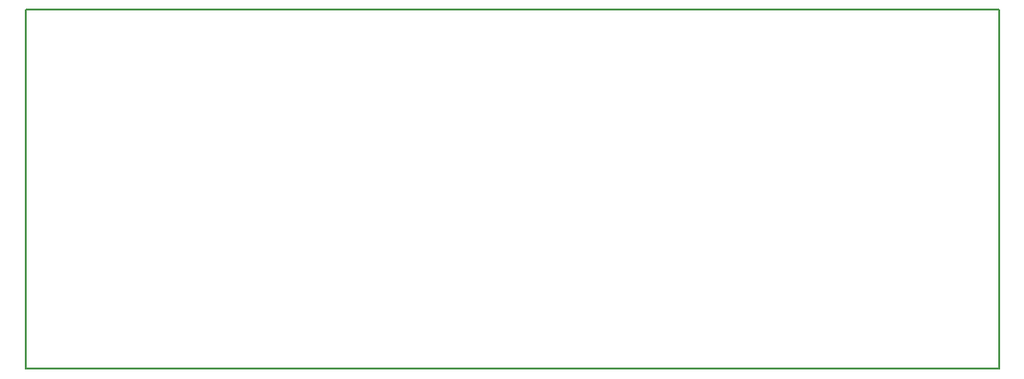
<source format=gbr>
%TF.GenerationSoftware,KiCad,Pcbnew,(6.0.7)*%
%TF.CreationDate,2022-08-03T09:20:52-07:00*%
%TF.ProjectId,PianoKeychain,5069616e-6f4b-4657-9963-6861696e2e6b,rev?*%
%TF.SameCoordinates,Original*%
%TF.FileFunction,Profile,NP*%
%FSLAX46Y46*%
G04 Gerber Fmt 4.6, Leading zero omitted, Abs format (unit mm)*
G04 Created by KiCad (PCBNEW (6.0.7)) date 2022-08-03 09:20:52*
%MOMM*%
%LPD*%
G01*
G04 APERTURE LIST*
%TA.AperFunction,Profile*%
%ADD10C,0.200000*%
%TD*%
G04 APERTURE END LIST*
D10*
X187960000Y-112862759D02*
X101600000Y-112862759D01*
X101600000Y-112862759D02*
X101600000Y-144780000D01*
X101600000Y-144780000D02*
X187960000Y-144780000D01*
X187960000Y-144780000D02*
X187960000Y-112862759D01*
M02*

</source>
